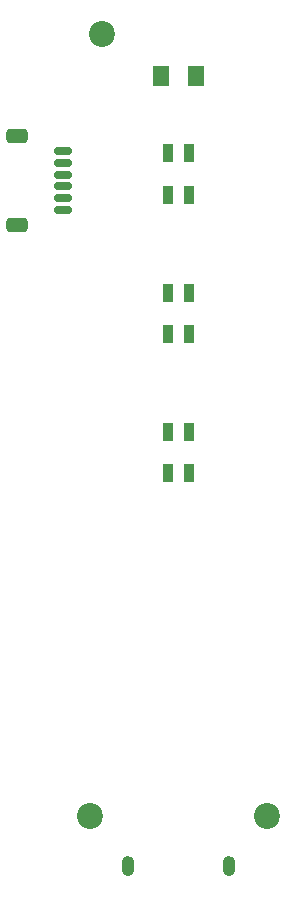
<source format=gbs>
G04 #@! TF.GenerationSoftware,KiCad,Pcbnew,7.0.7*
G04 #@! TF.CreationDate,2023-11-19T01:45:29-05:00*
G04 #@! TF.ProjectId,room_environment_monitor,726f6f6d-5f65-46e7-9669-726f6e6d656e,rev?*
G04 #@! TF.SameCoordinates,Original*
G04 #@! TF.FileFunction,Soldermask,Bot*
G04 #@! TF.FilePolarity,Negative*
%FSLAX46Y46*%
G04 Gerber Fmt 4.6, Leading zero omitted, Abs format (unit mm)*
G04 Created by KiCad (PCBNEW 7.0.7) date 2023-11-19 01:45:29*
%MOMM*%
%LPD*%
G01*
G04 APERTURE LIST*
G04 Aperture macros list*
%AMRoundRect*
0 Rectangle with rounded corners*
0 $1 Rounding radius*
0 $2 $3 $4 $5 $6 $7 $8 $9 X,Y pos of 4 corners*
0 Add a 4 corners polygon primitive as box body*
4,1,4,$2,$3,$4,$5,$6,$7,$8,$9,$2,$3,0*
0 Add four circle primitives for the rounded corners*
1,1,$1+$1,$2,$3*
1,1,$1+$1,$4,$5*
1,1,$1+$1,$6,$7*
1,1,$1+$1,$8,$9*
0 Add four rect primitives between the rounded corners*
20,1,$1+$1,$2,$3,$4,$5,0*
20,1,$1+$1,$4,$5,$6,$7,0*
20,1,$1+$1,$6,$7,$8,$9,0*
20,1,$1+$1,$8,$9,$2,$3,0*%
G04 Aperture macros list end*
%ADD10C,2.200000*%
%ADD11O,1.066800X1.701800*%
%ADD12R,0.850000X1.600000*%
%ADD13RoundRect,0.250000X0.650000X-0.350000X0.650000X0.350000X-0.650000X0.350000X-0.650000X-0.350000X0*%
%ADD14RoundRect,0.150000X0.625000X-0.150000X0.625000X0.150000X-0.625000X0.150000X-0.625000X-0.150000X0*%
%ADD15RoundRect,0.250001X0.462499X0.624999X-0.462499X0.624999X-0.462499X-0.624999X0.462499X-0.624999X0*%
G04 APERTURE END LIST*
D10*
X102500000Y-138700000D03*
D11*
X105730001Y-142900003D03*
X114269999Y-142900003D03*
D10*
X117500000Y-138700000D03*
X103500000Y-72500000D03*
D12*
X110875000Y-94400000D03*
X109125000Y-94400000D03*
X109125000Y-97900000D03*
X110875000Y-97900000D03*
D13*
X96375000Y-81100000D03*
X96375000Y-88700000D03*
D14*
X100250000Y-82400000D03*
X100250000Y-83400000D03*
X100250000Y-84400000D03*
X100250000Y-85400000D03*
X100250000Y-86400000D03*
X100250000Y-87400000D03*
D12*
X110875000Y-82600000D03*
X109125000Y-82600000D03*
X109125000Y-86100000D03*
X110875000Y-86100000D03*
X110875000Y-106150000D03*
X109125000Y-106150000D03*
X109125000Y-109650000D03*
X110875000Y-109650000D03*
D15*
X108525000Y-76050000D03*
X111500000Y-76050000D03*
M02*

</source>
